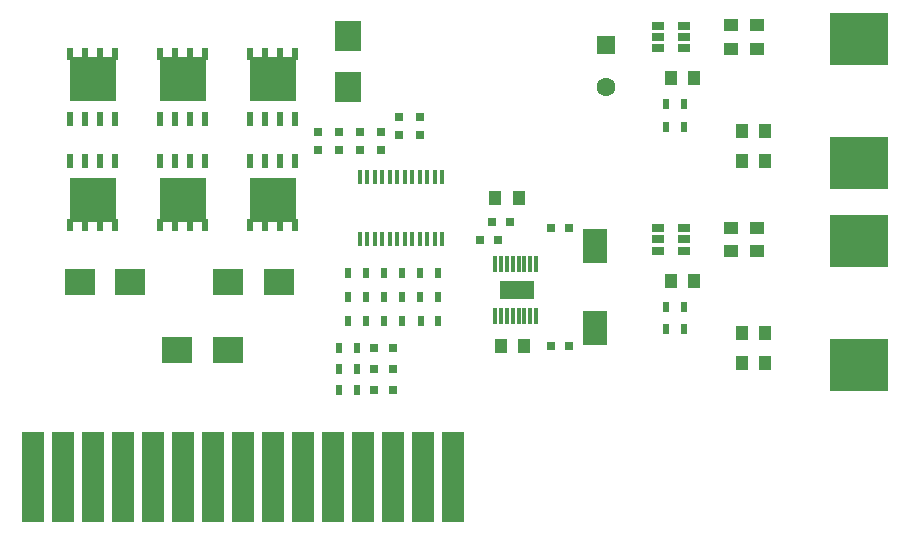
<source format=gbr>
G04 #@! TF.FileFunction,Soldermask,Top*
%FSLAX46Y46*%
G04 Gerber Fmt 4.6, Leading zero omitted, Abs format (unit mm)*
G04 Created by KiCad (PCBNEW 4.0.7) date Tuesday, March 06, 2018 'AMt' 10:20:30 AM*
%MOMM*%
%LPD*%
G01*
G04 APERTURE LIST*
%ADD10C,0.100000*%
%ADD11R,0.750020X0.800020*%
%ADD12R,1.000020X1.250020*%
%ADD13R,1.250020X1.000020*%
%ADD14R,2.500020X2.300020*%
%ADD15R,2.300020X2.500020*%
%ADD16R,0.800020X0.800020*%
%ADD17R,5.000020X4.500020*%
%ADD18R,0.610020X1.270020*%
%ADD19R,0.610020X1.020020*%
%ADD20R,3.910020X3.810020*%
%ADD21R,0.500020X0.900020*%
%ADD22R,0.400020X1.200020*%
%ADD23R,1.060020X0.650020*%
%ADD24R,1.905020X7.620020*%
%ADD25R,1.600020X1.600020*%
%ADD26C,1.600020*%
%ADD27R,0.800020X0.750020*%
%ADD28R,2.000020X3.000020*%
%ADD29R,0.300020X1.400020*%
%ADD30R,2.850020X1.650020*%
G04 APERTURE END LIST*
D10*
D11*
X85344000Y-105422000D03*
X85344000Y-106922000D03*
X86868000Y-104152000D03*
X86868000Y-105652000D03*
X88646000Y-104152000D03*
X88646000Y-105652000D03*
X80010000Y-106922000D03*
X80010000Y-105422000D03*
X81788000Y-106922000D03*
X81788000Y-105422000D03*
X83566000Y-106922000D03*
X83566000Y-105422000D03*
D12*
X109871000Y-100838000D03*
X111871000Y-100838000D03*
D13*
X117221000Y-96345500D03*
X117221000Y-98345500D03*
X114998500Y-96345500D03*
X114998500Y-98345500D03*
D12*
X117903500Y-107823000D03*
X115903500Y-107823000D03*
X117903500Y-105283000D03*
X115903500Y-105283000D03*
X109871000Y-117983000D03*
X111871000Y-117983000D03*
D13*
X117221000Y-113490500D03*
X117221000Y-115490500D03*
X114998500Y-113490500D03*
X114998500Y-115490500D03*
D12*
X117903500Y-122428000D03*
X115903500Y-122428000D03*
X117903500Y-124968000D03*
X115903500Y-124968000D03*
X97500000Y-123500000D03*
X95500000Y-123500000D03*
D14*
X72390000Y-118110000D03*
X76690000Y-118110000D03*
D15*
X82550000Y-97300000D03*
X82550000Y-101600000D03*
D14*
X72390000Y-123825000D03*
X68090000Y-123825000D03*
X64135000Y-118110000D03*
X59835000Y-118110000D03*
D16*
X86398000Y-125476000D03*
X84798000Y-125476000D03*
X86398000Y-123698000D03*
X84798000Y-123698000D03*
D17*
X125793500Y-97493000D03*
X125793500Y-107993000D03*
X125793500Y-114638000D03*
X125793500Y-125138000D03*
D18*
X78105000Y-107820000D03*
X76835000Y-107820000D03*
X75565000Y-107820000D03*
X74295000Y-107820000D03*
D19*
X74295000Y-113285000D03*
X75565000Y-113285000D03*
X76835000Y-113285000D03*
X78105000Y-113285000D03*
D20*
X76200000Y-111180000D03*
D18*
X74295000Y-104270000D03*
X75565000Y-104270000D03*
X76835000Y-104270000D03*
X78105000Y-104270000D03*
D19*
X78105000Y-98805000D03*
X76835000Y-98805000D03*
X75565000Y-98805000D03*
X74295000Y-98805000D03*
D20*
X76200000Y-100910000D03*
D18*
X70485000Y-107820000D03*
X69215000Y-107820000D03*
X67945000Y-107820000D03*
X66675000Y-107820000D03*
D19*
X66675000Y-113285000D03*
X67945000Y-113285000D03*
X69215000Y-113285000D03*
X70485000Y-113285000D03*
D20*
X68580000Y-111180000D03*
D18*
X66675000Y-104270000D03*
X67945000Y-104270000D03*
X69215000Y-104270000D03*
X70485000Y-104270000D03*
D19*
X70485000Y-98805000D03*
X69215000Y-98805000D03*
X67945000Y-98805000D03*
X66675000Y-98805000D03*
D20*
X68580000Y-100910000D03*
D18*
X62865000Y-107820000D03*
X61595000Y-107820000D03*
X60325000Y-107820000D03*
X59055000Y-107820000D03*
D19*
X59055000Y-113285000D03*
X60325000Y-113285000D03*
X61595000Y-113285000D03*
X62865000Y-113285000D03*
D20*
X60960000Y-111180000D03*
D18*
X59055000Y-104270000D03*
X60325000Y-104270000D03*
X61595000Y-104270000D03*
X62865000Y-104270000D03*
D19*
X62865000Y-98805000D03*
X61595000Y-98805000D03*
X60325000Y-98805000D03*
X59055000Y-98805000D03*
D20*
X60960000Y-100910000D03*
D21*
X84062000Y-117348000D03*
X82562000Y-117348000D03*
X85610000Y-117348000D03*
X87110000Y-117348000D03*
X90180000Y-117348000D03*
X88680000Y-117348000D03*
X84062000Y-119380000D03*
X82562000Y-119380000D03*
X85610000Y-119380000D03*
X87110000Y-119380000D03*
X90158000Y-119380000D03*
X88658000Y-119380000D03*
X84062000Y-121412000D03*
X82562000Y-121412000D03*
X85610000Y-121412000D03*
X87110000Y-121412000D03*
X90210000Y-121412000D03*
X88710000Y-121412000D03*
X110986000Y-104965500D03*
X109486000Y-104965500D03*
X109486000Y-103060500D03*
X110986000Y-103060500D03*
X110986000Y-122110500D03*
X109486000Y-122110500D03*
X109486000Y-120205500D03*
X110986000Y-120205500D03*
X83300000Y-127254000D03*
X81800000Y-127254000D03*
X83300000Y-125476000D03*
X81800000Y-125476000D03*
X83300000Y-123698000D03*
X81800000Y-123698000D03*
D22*
X83566000Y-114420000D03*
X84201000Y-114420000D03*
X84836000Y-114420000D03*
X85471000Y-114420000D03*
X86106000Y-114420000D03*
X86741000Y-114420000D03*
X87376000Y-114420000D03*
X88011000Y-114420000D03*
X88646000Y-114420000D03*
X89281000Y-114420000D03*
X89916000Y-114420000D03*
X90551000Y-114420000D03*
X90551000Y-109220000D03*
X89916000Y-109220000D03*
X89281000Y-109220000D03*
X88646000Y-109220000D03*
X88011000Y-109220000D03*
X87376000Y-109220000D03*
X86741000Y-109220000D03*
X86106000Y-109220000D03*
X85471000Y-109220000D03*
X84836000Y-109220000D03*
X84201000Y-109220000D03*
X83566000Y-109220000D03*
D23*
X111018500Y-98295500D03*
X111018500Y-97345500D03*
X111018500Y-96395500D03*
X108818500Y-96395500D03*
X108818500Y-98295500D03*
X108818500Y-97345500D03*
X111018500Y-115440500D03*
X111018500Y-114490500D03*
X111018500Y-113540500D03*
X108818500Y-113540500D03*
X108818500Y-115440500D03*
X108818500Y-114490500D03*
D16*
X86398000Y-127254000D03*
X84798000Y-127254000D03*
D24*
X55880000Y-134620000D03*
X58420000Y-134620000D03*
X60960000Y-134620000D03*
X63500000Y-134620000D03*
X66040000Y-134620000D03*
X68580000Y-134620000D03*
X71120000Y-134620000D03*
X73660000Y-134620000D03*
X76200000Y-134620000D03*
X78740000Y-134620000D03*
X88900000Y-134620000D03*
X81280000Y-134620000D03*
X83820000Y-134620000D03*
X86360000Y-134620000D03*
X91440000Y-134620000D03*
D25*
X104394000Y-98044000D03*
D26*
X104394000Y-101544000D03*
D27*
X99750000Y-113500000D03*
X101250000Y-113500000D03*
X99750000Y-123500000D03*
X101250000Y-123500000D03*
D12*
X97000000Y-111000000D03*
X95000000Y-111000000D03*
D27*
X94750000Y-113000000D03*
X96250000Y-113000000D03*
X93750000Y-114500000D03*
X95250000Y-114500000D03*
D28*
X103500000Y-115000000D03*
X103500000Y-122000000D03*
D29*
X98500000Y-116550000D03*
X98000000Y-116550000D03*
X97500000Y-116550000D03*
X97000000Y-116550000D03*
X96500000Y-116550000D03*
X96500000Y-120950000D03*
X97000000Y-120950000D03*
X97500000Y-120950000D03*
X98000000Y-120950000D03*
X98500000Y-120950000D03*
X96000000Y-116550000D03*
X95500000Y-116550000D03*
X95000000Y-116550000D03*
X96000000Y-120950000D03*
X95500000Y-120950000D03*
X95000000Y-120950000D03*
D30*
X96850000Y-118750000D03*
M02*

</source>
